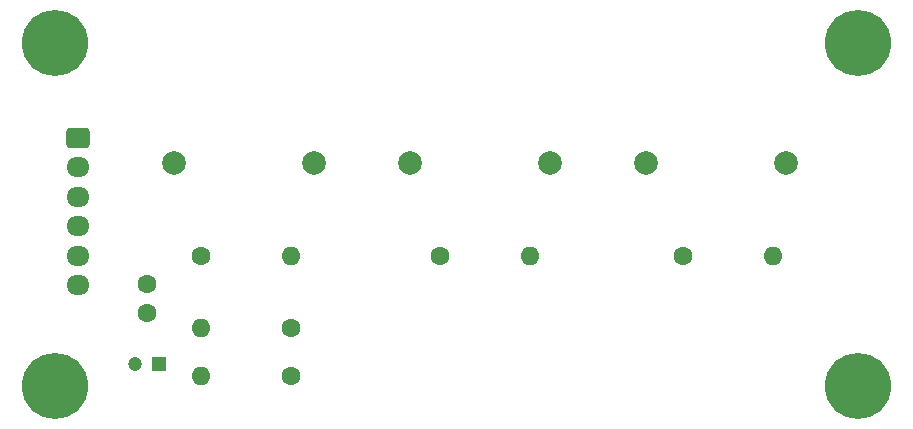
<source format=gbr>
%TF.GenerationSoftware,KiCad,Pcbnew,7.0.2*%
%TF.CreationDate,2023-10-27T13:44:30+02:00*%
%TF.ProjectId,zmct_3phase,7a6d6374-5f33-4706-9861-73652e6b6963,rev?*%
%TF.SameCoordinates,Original*%
%TF.FileFunction,Soldermask,Top*%
%TF.FilePolarity,Negative*%
%FSLAX46Y46*%
G04 Gerber Fmt 4.6, Leading zero omitted, Abs format (unit mm)*
G04 Created by KiCad (PCBNEW 7.0.2) date 2023-10-27 13:44:30*
%MOMM*%
%LPD*%
G01*
G04 APERTURE LIST*
G04 Aperture macros list*
%AMRoundRect*
0 Rectangle with rounded corners*
0 $1 Rounding radius*
0 $2 $3 $4 $5 $6 $7 $8 $9 X,Y pos of 4 corners*
0 Add a 4 corners polygon primitive as box body*
4,1,4,$2,$3,$4,$5,$6,$7,$8,$9,$2,$3,0*
0 Add four circle primitives for the rounded corners*
1,1,$1+$1,$2,$3*
1,1,$1+$1,$4,$5*
1,1,$1+$1,$6,$7*
1,1,$1+$1,$8,$9*
0 Add four rect primitives between the rounded corners*
20,1,$1+$1,$2,$3,$4,$5,0*
20,1,$1+$1,$4,$5,$6,$7,0*
20,1,$1+$1,$6,$7,$8,$9,0*
20,1,$1+$1,$8,$9,$2,$3,0*%
G04 Aperture macros list end*
%ADD10C,1.600000*%
%ADD11O,1.600000X1.600000*%
%ADD12C,2.000000*%
%ADD13C,5.600000*%
%ADD14RoundRect,0.250000X-0.725000X0.600000X-0.725000X-0.600000X0.725000X-0.600000X0.725000X0.600000X0*%
%ADD15O,1.950000X1.700000*%
%ADD16R,1.200000X1.200000*%
%ADD17C,1.200000*%
G04 APERTURE END LIST*
D10*
%TO.C,R4*%
X152590000Y-106000000D03*
D11*
X160210000Y-106000000D03*
%TD*%
D12*
%TO.C,U3*%
X170075000Y-98125000D03*
X181925000Y-98125000D03*
%TD*%
%TO.C,U2*%
X150075000Y-98125000D03*
X161925000Y-98125000D03*
%TD*%
D13*
%TO.C,H1*%
X120000000Y-88000000D03*
%TD*%
D14*
%TO.C,J1*%
X122000000Y-96000000D03*
D15*
X122000000Y-98500000D03*
X122000000Y-101000000D03*
X122000000Y-103500000D03*
X122000000Y-106000000D03*
X122000000Y-108500000D03*
%TD*%
D10*
%TO.C,R3*%
X132380000Y-106000000D03*
D11*
X140000000Y-106000000D03*
%TD*%
D16*
%TO.C,C2*%
X128800000Y-115200000D03*
D17*
X126800000Y-115200000D03*
%TD*%
D10*
%TO.C,R1*%
X140010000Y-116200000D03*
D11*
X132390000Y-116200000D03*
%TD*%
D10*
%TO.C,R5*%
X173190000Y-106000000D03*
D11*
X180810000Y-106000000D03*
%TD*%
D13*
%TO.C,H3*%
X188000000Y-88000000D03*
%TD*%
%TO.C,H4*%
X188000000Y-117000000D03*
%TD*%
%TO.C,H2*%
X120000000Y-117000000D03*
%TD*%
D12*
%TO.C,U1*%
X130075000Y-98125000D03*
X141925000Y-98125000D03*
%TD*%
D10*
%TO.C,R2*%
X140010000Y-112100000D03*
D11*
X132390000Y-112100000D03*
%TD*%
D10*
%TO.C,C1*%
X127800000Y-108350000D03*
X127800000Y-110850000D03*
%TD*%
M02*

</source>
